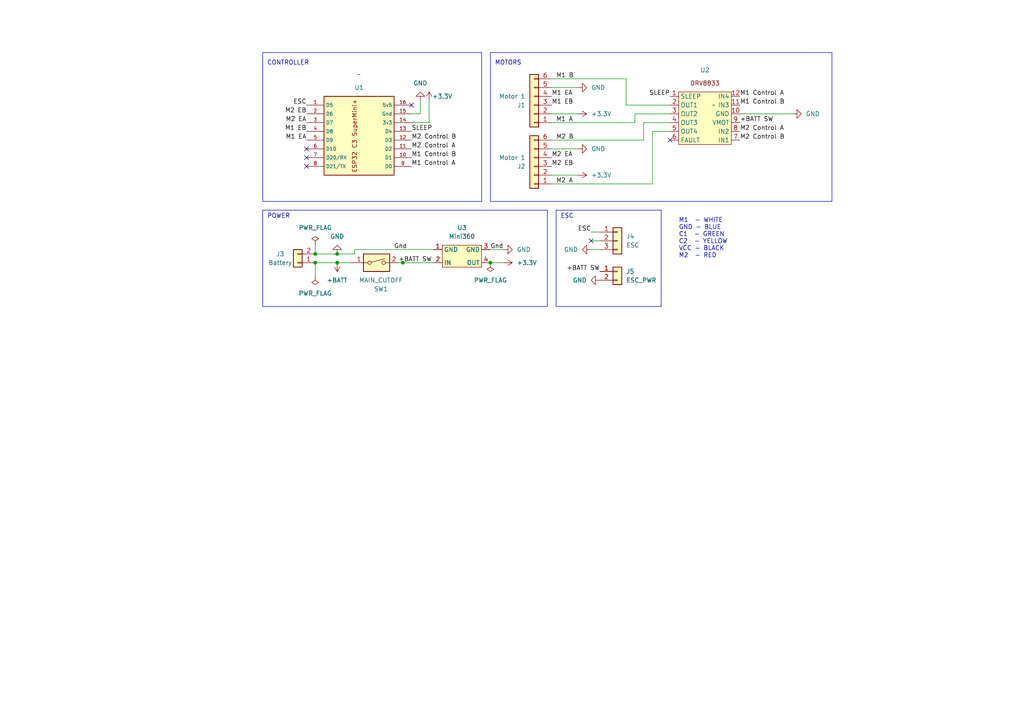
<source format=kicad_sch>
(kicad_sch (version 20230121) (generator eeschema)
  (paper "A4")
  (lib_symbols
    (symbol "Conn_01x06_1" (pin_names (offset 1.016) hide)
      (property "Reference" "J1" (at 2.54 0 0))
      (property "Value" "Motor 1" (at 2.54 -2.54 0))
      (symbol "Conn_01x06_1_1_1"
        (rectangle (start -1.27 -7.493) (end 0 -7.747) (stroke (width 0.1524)))
        (rectangle (start -1.27 -4.953) (end 0 -5.207) (stroke (width 0.1524)))
        (rectangle (start -1.27 -2.413) (end 0 -2.667) (stroke (width 0.1524)))
        (rectangle (start -1.27 0.127) (end 0 -0.127) (stroke (width 0.1524)))
        (rectangle (start -1.27 2.667) (end 0 2.413) (stroke (width 0.1524)))
        (rectangle (start -1.27 5.207) (end 0 4.953) (stroke (width 0.1524)))
        (rectangle (start -1.27 6.35) (end 1.27 -8.89) (stroke (width 0.254)) (fill (type background)))
        (pin passive line (at -5.08 5.08 0) (length 3.81) (name "Motor_2") (number "1"))
        (pin passive line (at -5.08 2.54 0) (length 3.81) (name "Pin_2") (number "2"))
        (pin passive line (at -5.08 0 0) (length 3.81) (name "Pin_3") (number "3"))
        (pin passive line (at -5.08 -2.54 0) (length 3.81) (name "Pin_4") (number "4"))
        (pin passive line (at -5.08 -5.08 0) (length 3.81) (name "Pin_5") (number "5"))
        (pin passive line (at -5.08 -7.62 0) (length 3.81) (name "M1") (number "6"))
      )
    )
    (symbol "Connector_Generic:Conn_01x02" (pin_names (offset 1.016) hide)
      (property "Reference" "J" (at 0 2.54 0))
      (property "Value" "Conn_01x02" (at 0 -5.08 0))
      (symbol "Conn_01x02_1_1"
        (rectangle (start -1.27 -2.413) (end 0 -2.667) (stroke (width 0.1524)))
        (rectangle (start -1.27 0.127) (end 0 -0.127) (stroke (width 0.1524)))
        (rectangle (start -1.27 1.27) (end 1.27 -3.81) (stroke (width 0.254)) (fill (type background)))
        (pin passive line (at -5.08 0 0) (length 3.81) (name "Pin_1") (number "1"))
        (pin passive line (at -5.08 -2.54 0) (length 3.81) (name "Pin_2") (number "2"))
      )
    )
    (symbol "Connector_Generic:Conn_01x03" (pin_names (offset 1.016) hide)
      (property "Reference" "J" (at 0 5.08 0))
      (property "Value" "Conn_01x03" (at 0 -5.08 0))
      (symbol "Conn_01x03_1_1"
        (rectangle (start -1.27 -2.413) (end 0 -2.667) (stroke (width 0.1524)))
        (rectangle (start -1.27 0.127) (end 0 -0.127) (stroke (width 0.1524)))
        (rectangle (start -1.27 2.667) (end 0 2.413) (stroke (width 0.1524)))
        (rectangle (start -1.27 3.81) (end 1.27 -3.81) (stroke (width 0.254)) (fill (type background)))
        (pin passive line (at -5.08 2.54 0) (length 3.81) (name "Pin_1") (number "1"))
        (pin passive line (at -5.08 0 0) (length 3.81) (name "Pin_2") (number "2"))
        (pin passive line (at -5.08 -2.54 0) (length 3.81) (name "Pin_3") (number "3"))
      )
    )
    (symbol "Espressif:ESP32-C3-SuperMini_PLUS"
      (property "Reference" "U" (at 1.27 -3.81 90))
      (symbol "ESP32-C3-SuperMini_PLUS_0_1"
        (rectangle (start -10.16 -11.43) (end 10.16 11.43) (stroke (width 0.254)) (fill (type background)))
      )
      (symbol "ESP32-C3-SuperMini_PLUS_1_1"
        (text "ESP32 C3 SuperMini+\n" (at -1.27 0 900) (effects (font (size 1.27 1.27))))
        (pin bidirectional line (at -15.24 8.89 0) (length 5.08) (name "D5") (number "1"))
        (pin bidirectional line (at 15.24 -6.35 180) (length 5.08) (name "D1") (number "10"))
        (pin bidirectional line (at 15.24 -3.81 180) (length 5.08) (name "D2") (number "11"))
        (pin bidirectional line (at 15.24 -1.27 180) (length 5.08) (name "D3") (number "12"))
        (pin bidirectional line (at 15.24 1.27 180) (length 5.08) (name "D4") (number "13"))
        (pin bidirectional line (at 15.24 3.81 180) (length 5.08) (name "3v3") (number "14"))
        (pin power_in line (at 15.24 6.35 180) (length 5.08) (name "Gnd") (number "15"))
        (pin bidirectional line (at 15.24 8.89 180) (length 5.08) (name "5v5") (number "16"))
        (pin bidirectional line (at -15.24 6.35 0) (length 5.08) (name "D6") (number "2"))
        (pin bidirectional line (at -15.24 3.81 0) (length 5.08) (name "D7") (number "3"))
        (pin bidirectional line (at -15.24 1.27 0) (length 5.08) (name "D8") (number "4"))
        (pin bidirectional line (at -15.24 -1.27 0) (length 5.08) (name "D9") (number "5"))
        (pin bidirectional line (at -15.24 -3.81 0) (length 5.08) (name "D10") (number "6"))
        (pin bidirectional line (at -15.24 -6.35 0) (length 5.08) (name "D20/RX") (number "7"))
        (pin bidirectional line (at -15.24 -8.89 0) (length 5.08) (name "D21/TX") (number "8"))
        (pin bidirectional line (at 15.24 -8.89 180) (length 5.08) (name "D0") (number "9"))
      )
    )
    (symbol "My_Library:HW-627"
      (property "Reference" "U" (at 0 0 0))
      (symbol "HW-627_1_1"
        (rectangle (start -7.62 7.62) (end 7.62 -7.62) (fill (type background)))
        (text "DRV8833" (at 0 10.16 0) (effects (font (size 1.27 1.27))))
        (pin input line (at -10.16 6.35 0) (length 2.54) (name "SLEEP") (number "1"))
        (pin power_in line (at 10.16 1.27 180) (length 2.54) (name "GND") (number "10"))
        (pin input line (at 10.16 3.81 180) (length 2.54) (name "IN3") (number "11"))
        (pin input line (at 10.16 6.35 180) (length 2.54) (name "IN4") (number "12"))
        (pin output line (at -10.16 3.81 0) (length 2.54) (name "OUT1") (number "2"))
        (pin output line (at -10.16 1.27 0) (length 2.54) (name "OUT2") (number "3"))
        (pin output line (at -10.16 -1.27 0) (length 2.54) (name "OUT3") (number "4"))
        (pin output line (at -10.16 -3.81 0) (length 2.54) (name "OUT4") (number "5"))
        (pin output line (at -10.16 -6.35 0) (length 2.54) (name "FAULT") (number "6"))
        (pin input line (at 10.16 -6.35 180) (length 2.54) (name "IN1") (number "7"))
        (pin input line (at 10.16 -3.81 180) (length 2.54) (name "IN2") (number "8"))
        (pin power_in line (at 10.16 -1.27 180) (length 2.54) (name "VMOT") (number "9"))
      )
    )
    (symbol "My_Library:Mini360"
      (property "Reference" "U" (at 2.54 7.62 0))
      (property "Value" "Mini360" (at 6.35 10.16 0))
      (symbol "Mini360_1_1"
        (rectangle (start 0 6.35) (end 11.43 0) (fill (type background)))
        (pin power_in line (at -2.54 5.08 0) (length 2.54) (name "GND") (number "1"))
        (pin power_in line (at -2.54 1.27 0) (length 2.54) (name "IN") (number "2"))
        (pin power_in line (at 13.97 5.08 180) (length 2.54) (name "GND") (number "3"))
        (pin power_out line (at 13.97 1.27 180) (length 2.54) (name "OUT") (number "4"))
      )
    )
    (symbol "Switch:SW_DIP_x01" (pin_names (offset 0) hide)
      (property "Reference" "SW" (at 0 3.81 0))
      (property "Value" "SW_DIP_x01" (at 0 -3.81 0))
      (symbol "SW_DIP_x01_0_0"
        (circle (center -2.032 0) (radius 0.508))
        (polyline (pts (xy -1.524 0.127) (xy 2.3622 1.1684)))
        (circle (center 2.032 0) (radius 0.508))
      )
      (symbol "SW_DIP_x01_0_1"
        (rectangle (start -3.81 2.54) (end 3.81 -2.54) (stroke (width 0.254)) (fill (type background)))
      )
      (symbol "SW_DIP_x01_1_1"
        (pin passive line (at -7.62 0 0) (length 5.08) (name "~") (number "1"))
        (pin passive line (at 7.62 0 180) (length 5.08) (name "~") (number "2"))
      )
    )
    (symbol "power:+3.3V" (power) (pin_names (offset 0))
      (property "Value" "+3.3V" (at 0 3.556 0))
      (symbol "+3.3V_0_1"
        (polyline (pts (xy -0.762 1.27) (xy 0 2.54)))
        (polyline (pts (xy 0 0) (xy 0 2.54)))
        (polyline (pts (xy 0 2.54) (xy 0.762 1.27)))
      )
      (symbol "+3.3V_1_1"
        (pin power_in line (at 0 0 90) (length 0) hide (name "+3.3V") (number "1"))
      )
    )
    (symbol "power:+BATT" (power) (pin_names (offset 0))
      (property "Value" "+BATT" (at 0 3.556 0))
      (symbol "+BATT_0_1"
        (polyline (pts (xy -0.762 1.27) (xy 0 2.54)))
        (polyline (pts (xy 0 0) (xy 0 2.54)))
        (polyline (pts (xy 0 2.54) (xy 0.762 1.27)))
      )
      (symbol "+BATT_1_1"
        (pin power_in line (at 0 0 90) (length 0) hide (name "+BATT") (number "1"))
      )
    )
    (symbol "power:GND" (power) (pin_names (offset 0))
      (property "Value" "GND" (at 0 -3.81 0))
      (symbol "GND_0_1"
        (polyline (pts (xy 0 0) (xy 0 -1.27) (xy 1.27 -1.27) (xy 0 -2.54) (xy -1.27 -1.27) (xy 0 -1.27)))
      )
      (symbol "GND_1_1"
        (pin power_in line (at 0 0 270) (length 0) hide (name "GND") (number "1"))
      )
    )
    (symbol "power:PWR_FLAG" (power) (pin_numbers hide) (pin_names (offset 0) hide)
      (property "Value" "PWR_FLAG" (at 0 3.81 0))
      (symbol "PWR_FLAG_0_0"
        (pin power_out line (at 0 0 90) (length 0) (name "pwr") (number "1"))
      )
      (symbol "PWR_FLAG_0_1"
        (polyline (pts (xy 0 0) (xy 0 1.27) (xy -1.016 1.905) (xy 0 2.54) (xy 1.016 1.905) (xy 0 1.27)))
      )
    )
  )
  (junction (at 142.24 76.2))
  (junction (at 97.79 76.2))
  (junction (at 97.79 73.66))
  (junction (at 91.44 76.2))
  (junction (at 116.84 76.2))
  (junction (at 91.44 73.66))
  (no_connect (at 88.9 48.26))
  (no_connect (at 194.31 40.64))
  (no_connect (at 171.45 69.85))
  (no_connect (at 119.38 30.48))
  (no_connect (at 88.9 43.18))
  (no_connect (at 88.9 45.72))
  (wire (pts (xy 189.23 38.1) (xy 194.31 38.1)))
  (wire (pts (xy 97.79 76.2) (xy 101.6 76.2)))
  (wire (pts (xy 194.31 35.56) (xy 186.69 35.56)))
  (wire (pts (xy 119.38 33.02) (xy 121.92 33.02)))
  (wire (pts (xy 91.44 73.66) (xy 97.79 73.66)))
  (wire (pts (xy 167.64 33.02) (xy 160.02 33.02)))
  (wire (pts (xy 214.63 33.02) (xy 229.87 33.02)))
  (wire (pts (xy 167.64 43.18) (xy 160.02 43.18)))
  (wire (pts (xy 181.61 22.86) (xy 181.61 30.48)))
  (wire (pts (xy 102.87 72.39) (xy 102.87 73.66)))
  (wire (pts (xy 167.64 50.8) (xy 160.02 50.8)))
  (wire (pts (xy 102.87 72.39) (xy 125.73 72.39)))
  (wire (pts (xy 91.44 76.2) (xy 97.79 76.2)))
  (wire (pts (xy 124.46 29.21) (xy 124.46 35.56)))
  (wire (pts (xy 171.45 67.31) (xy 173.99 67.31)))
  (wire (pts (xy 146.05 72.39) (xy 142.24 72.39)))
  (wire (pts (xy 115.57 76.2) (xy 116.84 76.2)))
  (wire (pts (xy 160.02 40.64) (xy 186.69 40.64)))
  (wire (pts (xy 146.05 76.2) (xy 142.24 76.2)))
  (wire (pts (xy 102.87 73.66) (xy 97.79 73.66)))
  (wire (pts (xy 121.92 29.21) (xy 121.92 33.02)))
  (wire (pts (xy 189.23 53.34) (xy 160.02 53.34)))
  (wire (pts (xy 184.15 33.02) (xy 194.31 33.02)))
  (wire (pts (xy 119.38 35.56) (xy 124.46 35.56)))
  (wire (pts (xy 189.23 38.1) (xy 189.23 53.34)))
  (wire (pts (xy 171.45 69.85) (xy 173.99 69.85)))
  (wire (pts (xy 91.44 71.12) (xy 91.44 73.66)))
  (wire (pts (xy 181.61 30.48) (xy 194.31 30.48)))
  (wire (pts (xy 171.45 72.39) (xy 173.99 72.39)))
  (wire (pts (xy 184.15 35.56) (xy 184.15 33.02)))
  (wire (pts (xy 167.64 25.4) (xy 160.02 25.4)))
  (wire (pts (xy 91.44 80.01) (xy 91.44 76.2)))
  (wire (pts (xy 181.61 22.86) (xy 160.02 22.86)))
  (wire (pts (xy 160.02 35.56) (xy 184.15 35.56)))
  (wire (pts (xy 186.69 35.56) (xy 186.69 40.64)))
  (wire (pts (xy 116.84 76.2) (xy 125.73 76.2)))
  (rectangle (start 142.24 15.24) (end 241.3 58.42))
  (rectangle (start 161.29 60.96) (end 191.77 88.9))
  (rectangle (start 76.2 15.24) (end 139.7 58.42))
  (rectangle (start 76.2 60.96) (end 158.75 88.9))
  (text "POWER" (at 77.47 63.5 0) (effects (font (size 1.27 1.27)) (justify left bottom)))
  (text "M1  - WHITE\nGND - BLUE\nC1  - GREEN\nC2  - YELLOW\nVCC - BLACK\nM2  - RED" (at 196.85 74.93 0) (effects (font (size 1.27 1.27)) (justify left bottom)))
  (text "MOTORS" (at 143.51 19.05 0) (effects (font (size 1.27 1.27)) (justify left bottom)))
  (text "CONTROLLER" (at 77.47 19.05 0) (effects (font (size 1.27 1.27)) (justify left bottom)))
  (text "ESC" (at 162.56 63.5 0) (effects (font (size 1.27 1.27)) (justify left bottom)))
  (label "+BATT SW" (at 214.63 35.56 0))
  (label "M1 A" (at 161.29 35.56 0))
  (label "M2 EB" (at 88.9 33.02 180))
  (label "M1 Control B" (at 119.38 45.72 0))
  (label "M1 B" (at 161.29 22.86 0))
  (label "M2 B" (at 161.29 40.64 0))
  (label "M2 Control A" (at 214.63 38.1 0))
  (label "M2 Control B" (at 119.38 40.64 0))
  (label "SLEEP" (at 119.38 38.1 0))
  (label "Gnd" (at 114.3 72.39 0))
  (label "ESC" (at 88.9 30.48 180))
  (label "M2 A" (at 161.29 53.34 0))
  (label "SLEEP" (at 194.31 27.94 180))
  (label "M2 EA" (at 160.02 45.72 0))
  (label "M1 EA" (at 160.02 27.94 0))
  (label "M1 Control B" (at 214.63 30.48 0))
  (label "M1 EB" (at 88.9 38.1 180))
  (label "M2 EA" (at 88.9 35.56 180))
  (label "M1 EA" (at 88.9 40.64 180))
  (label "M2 Control A" (at 119.38 43.18 0))
  (label "M1 Control A" (at 119.38 48.26 0))
  (label "M2 Control B" (at 214.63 40.64 0))
  (label "M1 Control A" (at 214.63 27.94 0))
  (label "+BATT SW" (at 115.57 76.2 0))
  (label "Gnd" (at 142.24 72.39 0))
  (label "M1 EB" (at 160.02 30.48 0))
  (label "M2 EB" (at 160.02 48.26 0))
  (label "ESC" (at 171.45 67.31 180))
  (label "+BATT SW" (at 173.99 78.74 180))
  (symbol (lib_id "power:GND") (at 173.99 81.28 270) (unit 1)
    (property "Reference" "#PWR011" (effects hide))
    (property "Value" "GND" (at 170.18 81.28 90) (effects (justify right)))
  )
  (symbol (lib_id "power:GND") (at 229.87 33.02 90) (unit 1)
    (property "Reference" "#PWR09" (effects hide))
    (property "Value" "GND" (at 233.68 33.02 90) (effects (justify right)))
  )
  (symbol (lib_id "Switch:SW_DIP_x01") (at 109.22 76.2 0) (unit 1)
    (property "Reference" "SW1" (at 110.49 83.82 0))
    (property "Value" "MAIN_CUTOFF" (at 110.49 81.28 0))
    (property "Footprint" "Connector_PinHeader_2.54mm:PinHeader_1x02_P2.54mm_Vertical" (effects hide))
  )
  (symbol (lib_id "power:GND") (at 146.05 72.39 90) (unit 1)
    (property "Reference" "#PWR012" (effects hide))
    (property "Value" "GND" (at 149.86 72.39 90) (effects (justify right)))
  )
  (symbol (lib_name "Conn_01x06_1") (lib_id "Connector_Generic:Conn_01x06") (at 154.94 48.26 180) (unit 1)
    (property "Reference" "J2" (at 152.4 48.26 0) (effects (justify left)))
    (property "Value" "Motor 1" (at 152.4 45.72 0) (effects (justify left)))
    (property "Footprint" "Connector_PinHeader_2.54mm:PinHeader_1x06_P2.54mm_Vertical" (effects hide))
  )
  (symbol (lib_id "power:+3.3V") (at 146.05 76.2 270) (unit 1)
    (property "Reference" "#PWR013" (effects hide))
    (property "Value" "+3.3V" (at 149.86 76.2 90) (effects (justify left)))
  )
  (symbol (lib_id "power:+3.3V") (at 167.64 50.8 270) (unit 1)
    (property "Reference" "#PWR06" (effects hide))
    (property "Value" "+3.3V" (at 171.45 50.8 90) (effects (justify left)))
  )
  (symbol (lib_id "power:+3.3V") (at 167.64 33.02 270) (unit 1)
    (property "Reference" "#PWR04" (effects hide))
    (property "Value" "+3.3V" (at 171.45 33.02 90) (effects (justify left)))
  )
  (symbol (lib_id "power:+3.3V") (at 124.46 29.21 0) (mirror y) (unit 1)
    (property "Reference" "#PWR01" (effects hide))
    (property "Value" "+3.3V" (at 128.27 27.94 0))
  )
  (symbol (lib_id "power:GND") (at 121.92 29.21 0) (mirror x) (unit 1)
    (property "Reference" "#PWR02" (effects hide))
    (property "Value" "GND" (at 121.92 24.13 0))
  )
  (symbol (lib_id "power:GND") (at 97.79 73.66 180) (unit 1)
    (property "Reference" "#PWR07" (effects hide))
    (property "Value" "GND" (at 97.79 68.58 0))
  )
  (symbol (lib_id "power:PWR_FLAG") (at 142.24 76.2 180) (unit 1)
    (property "Reference" "#FLG03" (effects hide))
    (property "Value" "PWR_FLAG" (at 142.24 81.28 0))
  )
  (symbol (lib_id "Espressif:ESP32-C3-SuperMini_PLUS") (at 104.14 39.37 0) (unit 1)
    (property "Reference" "U1" (at 104.14 25.4 0))
    (property "Value" "~" (at 104.14 21.59 0))
    (property "Footprint" "Espressif:ESP32-C3-SuperMini_PLUS" (effects hide))
  )
  (symbol (lib_id "power:GND") (at 171.45 72.39 270) (unit 1)
    (property "Reference" "#PWR010" (effects hide))
    (property "Value" "GND" (at 167.64 72.39 90) (effects (justify right)))
  )
  (symbol (lib_id "power:GND") (at 167.64 25.4 90) (unit 1)
    (property "Reference" "#PWR03" (effects hide))
    (property "Value" "GND" (at 171.45 25.4 90) (effects (justify right)))
  )
  (symbol (lib_id "My_Library:Mini360") (at 128.27 77.47 0) (unit 1)
    (property "Reference" "U3" (at 133.985 66.04 0))
    (property "Value" "Mini360" (at 133.985 68.58 0))
    (property "Footprint" "My_Library:Mini360" (effects hide))
  )
  (symbol (lib_id "Connector_Generic:Conn_01x02") (at 179.07 78.74 0) (unit 1)
    (property "Reference" "J5" (at 181.61 78.74 0) (effects (justify left)))
    (property "Value" "ESC_PWR" (at 181.61 81.28 0) (effects (justify left)))
    (property "Footprint" "Connector_PinHeader_2.54mm:PinHeader_1x02_P2.54mm_Vertical" (effects hide))
  )
  (symbol (lib_name "Conn_01x06_1") (lib_id "Connector_Generic:Conn_01x06") (at 154.94 30.48 180) (unit 1)
    (property "Reference" "J1" (at 152.4 30.48 0) (effects (justify left)))
    (property "Value" "Motor 1" (at 152.4 27.94 0) (effects (justify left)))
    (property "Footprint" "Connector_PinHeader_2.54mm:PinHeader_1x06_P2.54mm_Vertical" (effects hide))
  )
  (symbol (lib_id "power:PWR_FLAG") (at 91.44 80.01 180) (unit 1)
    (property "Reference" "#FLG02" (effects hide))
    (property "Value" "PWR_FLAG" (at 91.44 85.09 0))
  )
  (symbol (lib_id "My_Library:HW-627") (at 204.47 34.29 0) (unit 1)
    (property "Reference" "U2" (at 204.47 20.32 0))
    (property "Value" "~" (at 207.01 30.48 0))
    (property "Footprint" "My_Library:HW-627" (effects hide))
  )
  (symbol (lib_id "power:+BATT") (at 97.79 76.2 180) (unit 1)
    (property "Reference" "#PWR08" (effects hide))
    (property "Value" "+BATT" (at 97.79 81.28 0))
  )
  (symbol (lib_id "Connector_Generic:Conn_01x03") (at 179.07 69.85 0) (unit 1)
    (property "Reference" "J4" (at 181.61 68.58 0) (effects (justify left)))
    (property "Value" "ESC" (at 181.61 71.12 0) (effects (justify left)))
    (property "Footprint" "Connector_PinHeader_2.54mm:PinHeader_1x03_P2.54mm_Vertical" (effects hide))
  )
  (symbol (lib_id "Connector_Generic:Conn_01x02") (at 86.36 76.2 180) (unit 1)
    (property "Reference" "J3" (at 81.28 73.66 0))
    (property "Value" "Battery" (at 81.28 76.2 0))
    (property "Footprint" "Connector_PinHeader_2.54mm:PinHeader_1x02_P2.54mm_Vertical" (effects hide))
  )
  (symbol (lib_id "power:PWR_FLAG") (at 91.44 71.12 0) (unit 1)
    (property "Reference" "#FLG01" (effects hide))
    (property "Value" "PWR_FLAG" (at 91.44 66.04 0))
  )
  (symbol (lib_id "power:GND") (at 167.64 43.18 90) (unit 1)
    (property "Reference" "#PWR05" (effects hide))
    (property "Value" "GND" (at 171.45 43.18 90) (effects (justify right)))
  )
)
</source>
